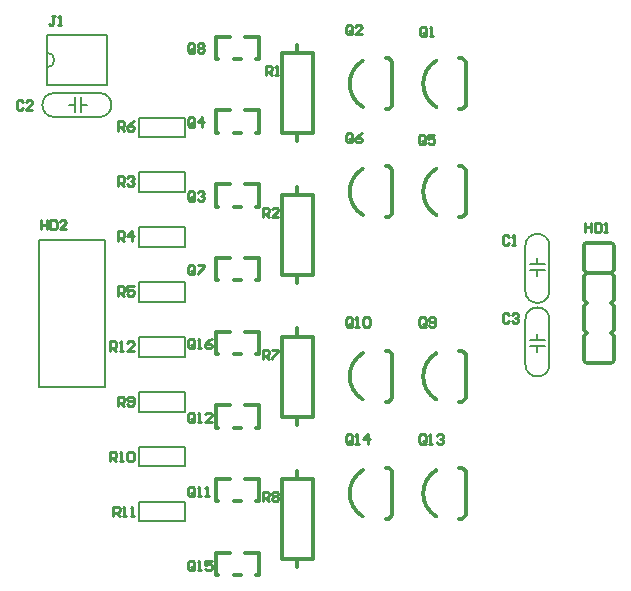
<source format=gto>
G04*
G04 #@! TF.GenerationSoftware,Altium Limited,Altium Designer,21.9.2 (33)*
G04*
G04 Layer_Color=65535*
%FSTAX24Y24*%
%MOIN*%
G70*
G04*
G04 #@! TF.SameCoordinates,70968F61-CF9C-473A-8EF3-60FC9ECF6E36*
G04*
G04*
G04 #@! TF.FilePolarity,Positive*
G04*
G01*
G75*
%ADD10C,0.0070*%
%ADD11C,0.0118*%
%ADD12C,0.0079*%
%ADD13C,0.0100*%
D10*
X0186Y0404D02*
G03*
X0186Y0396I0J-0004D01*
G01*
X0201D02*
G03*
X0201Y0404I0J0004D01*
G01*
X0351Y03285D02*
G03*
X0343Y03285I-0004J0D01*
G01*
Y03135D02*
G03*
X0351Y03135I0004J0D01*
G01*
Y0353D02*
G03*
X0343Y0353I-0004J0D01*
G01*
Y0338D02*
G03*
X0351Y0338I0004J0D01*
G01*
X0195Y04D02*
X0197D01*
X0191D02*
X0193D01*
Y03975D02*
Y04025D01*
X0195Y03975D02*
Y04025D01*
X0186Y0404D02*
X0201D01*
X0186Y0396D02*
X0201D01*
X0347Y03175D02*
Y03195D01*
Y03215D02*
Y03235D01*
X03445Y03215D02*
X03495D01*
X03445Y03195D02*
X03495D01*
X0351Y03135D02*
Y03285D01*
X0343Y03135D02*
Y03285D01*
X0351Y0338D02*
Y0353D01*
X0343Y0338D02*
Y0353D01*
X03445Y0347D02*
X03495D01*
X03445Y0345D02*
X03495D01*
X0347Y0343D02*
Y0345D01*
Y0347D02*
Y0349D01*
D11*
X036246Y03151D02*
G03*
X036356Y0314I00011J0D01*
G01*
X037144Y0314D02*
G03*
X037254Y03151I0J00011D01*
G01*
X036356Y0354D02*
G03*
X036246Y035306I-000008J-000102D01*
G01*
X037254D02*
G03*
X037144Y0354I-000102J-000008D01*
G01*
X031333Y041477D02*
G03*
X031335Y039927I000462J-000774D01*
G01*
X028883Y041477D02*
G03*
X028885Y039927I000462J-000774D01*
G01*
X028883Y037877D02*
G03*
X028885Y036327I000462J-000774D01*
G01*
X031333Y037877D02*
G03*
X031335Y036327I000462J-000774D01*
G01*
X031333Y031727D02*
G03*
X031335Y030177I000462J-000774D01*
G01*
X028883Y031727D02*
G03*
X028885Y030177I000462J-000774D01*
G01*
X031333Y027827D02*
G03*
X031335Y026277I000462J-000774D01*
G01*
X028883Y027827D02*
G03*
X028885Y026277I000462J-000774D01*
G01*
X036346Y0344D02*
X03715D01*
Y0324D02*
X03725Y0323D01*
X036246D02*
X036346Y0324D01*
X037254Y0315D02*
Y0323D01*
X036246Y0315D02*
Y0323D01*
X036356Y0314D02*
X037144D01*
X036356Y0354D02*
X037144D01*
X03715Y0344D02*
X03725Y0345D01*
X03715Y0344D02*
X03725Y0343D01*
X036246Y0345D02*
X03625D01*
X03635Y0344D01*
X036346D02*
X03635D01*
X036246Y0343D02*
X036346Y0344D01*
X037254Y0345D02*
Y035306D01*
X03715Y0334D02*
X03725Y0335D01*
X03715Y0334D02*
X03725Y0333D01*
X037254Y0335D02*
Y0343D01*
X03725Y0335D02*
X037254D01*
X036246Y034504D02*
Y035306D01*
Y034504D02*
X03625Y0345D01*
X036246Y0335D02*
Y0343D01*
Y0335D02*
X03625D01*
X03635Y0334D01*
X03625Y0333D02*
X03635Y0334D01*
X037254Y0325D02*
Y033306D01*
X03715Y0324D02*
X03725Y0325D01*
Y0315D02*
X037254D01*
X036246Y032504D02*
X03625Y0325D01*
X036246Y032504D02*
Y033306D01*
X036346Y0324D02*
X03635D01*
X03625Y0325D02*
X03635Y0324D01*
X036246Y0325D02*
X03625D01*
X036246Y0315D02*
X03625D01*
X026188Y037005D02*
X027212D01*
Y034328D02*
Y037005D01*
X026188Y034328D02*
X027212D01*
X026188D02*
Y037005D01*
X0267D02*
Y037281D01*
Y034052D02*
Y034328D01*
X026188Y032272D02*
X027212D01*
Y029595D02*
Y032272D01*
X026188Y029595D02*
X027212D01*
X026188D02*
Y032272D01*
X0267D02*
Y032548D01*
Y029319D02*
Y029595D01*
X026188Y027539D02*
X027212D01*
Y024861D02*
Y027539D01*
X026188Y024861D02*
X027212D01*
X026188D02*
Y027539D01*
X0267D02*
Y027814D01*
Y024586D02*
Y024861D01*
X02533Y024326D02*
X025409D01*
X023991D02*
X02407D01*
X024956Y025074D02*
X025409D01*
X023991D02*
X024444D01*
X023991Y024326D02*
Y025074D01*
X025409Y024326D02*
Y025074D01*
X024582Y024326D02*
X024818D01*
X026188Y041739D02*
X027212D01*
Y039061D02*
Y041739D01*
X026188Y039061D02*
X027212D01*
X026188D02*
Y041739D01*
X0267D02*
Y042014D01*
Y038786D02*
Y039061D01*
X0321Y03985D02*
X0322D01*
Y04155D02*
X032318Y041432D01*
X0321Y04155D02*
X0322D01*
X032318Y039968D02*
Y041432D01*
X0322Y03985D02*
X032318Y039968D01*
X02965Y03985D02*
X02975D01*
Y04155D02*
X029868Y041432D01*
X02965Y04155D02*
X02975D01*
X029868Y039968D02*
Y041432D01*
X02975Y03985D02*
X029868Y039968D01*
X02965Y03625D02*
X02975D01*
Y03795D02*
X029868Y037832D01*
X02965Y03795D02*
X02975D01*
X029868Y036368D02*
Y037832D01*
X02975Y03625D02*
X029868Y036368D01*
X02533Y034155D02*
X025409D01*
X023991D02*
X02407D01*
X024956Y034903D02*
X025409D01*
X023991D02*
X024444D01*
X023991Y034155D02*
Y034903D01*
X025409Y034155D02*
Y034903D01*
X024582Y034155D02*
X024818D01*
X0322Y03625D02*
X032318Y036368D01*
Y037832D01*
X0321Y03795D02*
X0322D01*
X032318Y037832D01*
X0321Y03625D02*
X0322D01*
X024582Y039069D02*
X024818D01*
X025409D02*
Y039817D01*
X023991Y039069D02*
Y039817D01*
X024444D01*
X024956D02*
X025409D01*
X023991Y039069D02*
X02407D01*
X02533D02*
X025409D01*
X024582Y036612D02*
X024818D01*
X025409D02*
Y03736D01*
X023991Y036612D02*
Y03736D01*
X024444D01*
X024956D02*
X025409D01*
X023991Y036612D02*
X02407D01*
X02533D02*
X025409D01*
X024582Y041526D02*
X024818D01*
X025409D02*
Y042274D01*
X023991Y041526D02*
Y042274D01*
X024444D01*
X024956D02*
X025409D01*
X023991Y041526D02*
X02407D01*
X02533D02*
X025409D01*
X0322Y0301D02*
X032318Y030218D01*
Y031682D01*
X0321Y0318D02*
X0322D01*
X032318Y031682D01*
X0321Y0301D02*
X0322D01*
X02975D02*
X029868Y030218D01*
Y031682D01*
X02965Y0318D02*
X02975D01*
X029868Y031682D01*
X02965Y0301D02*
X02975D01*
X024582Y026783D02*
X024818D01*
X025409D02*
Y027531D01*
X023991Y026783D02*
Y027531D01*
X024444D01*
X024956D02*
X025409D01*
X023991Y026783D02*
X02407D01*
X02533D02*
X025409D01*
X024582Y02924D02*
X024818D01*
X025409D02*
Y029988D01*
X023991Y02924D02*
Y029988D01*
X024444D01*
X024956D02*
X025409D01*
X023991Y02924D02*
X02407D01*
X02533D02*
X025409D01*
X0322Y0262D02*
X032318Y026318D01*
Y027782D01*
X0321Y0279D02*
X0322D01*
X032318Y027782D01*
X0321Y0262D02*
X0322D01*
X024582Y031697D02*
X024818D01*
X025409D02*
Y032445D01*
X023991Y031697D02*
Y032445D01*
X024444D01*
X024956D02*
X025409D01*
X023991Y031697D02*
X02407D01*
X02533D02*
X025409D01*
X02975Y0262D02*
X029868Y026318D01*
Y027782D01*
X02965Y0279D02*
X02975D01*
X029868Y027782D01*
X02965Y0262D02*
X02975D01*
D12*
X01835Y04125D02*
G03*
X01835Y04175I0J00025D01*
G01*
X02143Y02612D02*
X02297D01*
Y02677D01*
X02143Y02612D02*
Y02678D01*
X02297D01*
X02143Y028609D02*
X02297D01*
X02143Y027959D02*
Y028609D01*
X02297Y027949D02*
Y028609D01*
X02143Y027949D02*
X02297D01*
X02143Y029777D02*
X02297D01*
Y030427D01*
X02143Y029777D02*
Y030437D01*
X02297D01*
X02143Y032266D02*
X02297D01*
X02143Y031616D02*
Y032266D01*
X02297Y031606D02*
Y032266D01*
X02143Y031606D02*
X02297D01*
X02143Y033434D02*
X02297D01*
Y034084D01*
X02143Y033434D02*
Y034094D01*
X02297D01*
X02143Y035923D02*
X02297D01*
X02143Y035273D02*
Y035923D01*
X02297Y035263D02*
Y035923D01*
X02143Y035263D02*
X02297D01*
X02143Y037751D02*
X02297D01*
X02143Y037091D02*
Y037751D01*
X02297Y037091D02*
Y037741D01*
X02143Y037091D02*
X02297D01*
X02143Y03892D02*
X02297D01*
Y03958D01*
X02143Y03893D02*
Y03958D01*
X02297D01*
X01835Y042321D02*
X02035D01*
Y040679D02*
Y042321D01*
X01835Y040679D02*
X02035D01*
X01835D02*
Y04175D01*
Y04125D02*
Y042321D01*
X0181Y0355D02*
X02028D01*
Y0306D02*
Y0355D01*
X0181Y0306D02*
Y0355D01*
Y0306D02*
X02028D01*
D13*
X020456Y0318D02*
Y032115D01*
X020614D01*
X020666Y032062D01*
Y031957D01*
X020614Y031905D01*
X020456D01*
X020561D02*
X020666Y0318D01*
X020771D02*
X020876D01*
X020824D01*
Y032115D01*
X020771Y032062D01*
X021244Y0318D02*
X021034D01*
X021244Y03201D01*
Y032062D01*
X021191Y032115D01*
X021086D01*
X021034Y032062D01*
X020561Y026293D02*
Y026607D01*
X020719D01*
X020771Y026555D01*
Y02645D01*
X020719Y026398D01*
X020561D01*
X020666D02*
X020771Y026293D01*
X020876D02*
X020981D01*
X020929D01*
Y026607D01*
X020876Y026555D01*
X021139Y026293D02*
X021244D01*
X021191D01*
Y026607D01*
X021139Y026555D01*
X020456Y028128D02*
Y028443D01*
X020614D01*
X020666Y028391D01*
Y028286D01*
X020614Y028233D01*
X020456D01*
X020561D02*
X020666Y028128D01*
X020771D02*
X020876D01*
X020824D01*
Y028443D01*
X020771Y028391D01*
X021034D02*
X021086Y028443D01*
X021191D01*
X021244Y028391D01*
Y028181D01*
X021191Y028128D01*
X021086D01*
X021034Y028181D01*
Y028391D01*
X020719Y029964D02*
Y030279D01*
X020876D01*
X020929Y030226D01*
Y030121D01*
X020876Y030069D01*
X020719D01*
X020824D02*
X020929Y029964D01*
X021034Y030016D02*
X021086Y029964D01*
X021191D01*
X021244Y030016D01*
Y030226D01*
X021191Y030279D01*
X021086D01*
X021034Y030226D01*
Y030174D01*
X021086Y030121D01*
X021244D01*
X025538Y026793D02*
Y027107D01*
X025695D01*
X025748Y027055D01*
Y02695D01*
X025695Y026898D01*
X025538D01*
X025643D02*
X025748Y026793D01*
X025852Y027055D02*
X025905Y027107D01*
X02601D01*
X026062Y027055D01*
Y027002D01*
X02601Y02695D01*
X026062Y026898D01*
Y026845D01*
X02601Y026793D01*
X025905D01*
X025852Y026845D01*
Y026898D01*
X025905Y02695D01*
X025852Y027002D01*
Y027055D01*
X025905Y02695D02*
X02601D01*
X025538Y031526D02*
Y031841D01*
X025695D01*
X025748Y031788D01*
Y031683D01*
X025695Y031631D01*
X025538D01*
X025643D02*
X025748Y031526D01*
X025852Y031841D02*
X026062D01*
Y031788D01*
X025852Y031578D01*
Y031526D01*
X020719Y039143D02*
Y039457D01*
X020876D01*
X020929Y039405D01*
Y0393D01*
X020876Y039248D01*
X020719D01*
X020824D02*
X020929Y039143D01*
X021244Y039457D02*
X021139Y039405D01*
X021034Y0393D01*
Y039195D01*
X021086Y039143D01*
X021191D01*
X021244Y039195D01*
Y039248D01*
X021191Y0393D01*
X021034D01*
X020719Y033635D02*
Y03395D01*
X020876D01*
X020929Y033898D01*
Y033793D01*
X020876Y03374D01*
X020719D01*
X020824D02*
X020929Y033635D01*
X021244Y03395D02*
X021034D01*
Y033793D01*
X021139Y033845D01*
X021191D01*
X021244Y033793D01*
Y033688D01*
X021191Y033635D01*
X021086D01*
X021034Y033688D01*
X020719Y035471D02*
Y035786D01*
X020876D01*
X020929Y035734D01*
Y035629D01*
X020876Y035576D01*
X020719D01*
X020824D02*
X020929Y035471D01*
X021191D02*
Y035786D01*
X021034Y035629D01*
X021244D01*
X020719Y037307D02*
Y037622D01*
X020876D01*
X020929Y037569D01*
Y037464D01*
X020876Y037412D01*
X020719D01*
X020824D02*
X020929Y037307D01*
X021034Y037569D02*
X021086Y037622D01*
X021191D01*
X021244Y037569D01*
Y037517D01*
X021191Y037464D01*
X021139D01*
X021191D01*
X021244Y037412D01*
Y037359D01*
X021191Y037307D01*
X021086D01*
X021034Y037359D01*
X025538Y036259D02*
Y036574D01*
X025695D01*
X025748Y036522D01*
Y036417D01*
X025695Y036364D01*
X025538D01*
X025643D02*
X025748Y036259D01*
X026062D02*
X025852D01*
X026062Y036469D01*
Y036522D01*
X02601Y036574D01*
X025905D01*
X025852Y036522D01*
X025643Y040993D02*
Y041307D01*
X0258D01*
X025852Y041255D01*
Y04115D01*
X0258Y041098D01*
X025643D01*
X025748D02*
X025852Y040993D01*
X025957D02*
X026062D01*
X02601D01*
Y041307D01*
X025957Y041255D01*
X023266Y031938D02*
Y032148D01*
X023214Y0322D01*
X023109D01*
X023056Y032148D01*
Y031938D01*
X023109Y031885D01*
X023214D01*
X023161Y03199D02*
X023266Y031885D01*
X023214D02*
X023266Y031938D01*
X023371Y031885D02*
X023476D01*
X023424D01*
Y0322D01*
X023371Y032148D01*
X023844Y0322D02*
X023739Y032148D01*
X023634Y032043D01*
Y031938D01*
X023686Y031885D01*
X023791D01*
X023844Y031938D01*
Y03199D01*
X023791Y032043D01*
X023634D01*
X023266Y024545D02*
Y024755D01*
X023214Y024807D01*
X023109D01*
X023056Y024755D01*
Y024545D01*
X023109Y024493D01*
X023214D01*
X023161Y024598D02*
X023266Y024493D01*
X023214D02*
X023266Y024545D01*
X023371Y024493D02*
X023476D01*
X023424D01*
Y024807D01*
X023371Y024755D01*
X023844Y024807D02*
X023634D01*
Y02465D01*
X023739Y024702D01*
X023791D01*
X023844Y02465D01*
Y024545D01*
X023791Y024493D01*
X023686D01*
X023634Y024545D01*
X02853Y028752D02*
Y028962D01*
X028477Y029015D01*
X028372D01*
X02832Y028962D01*
Y028752D01*
X028372Y0287D01*
X028477D01*
X028425Y028805D02*
X02853Y0287D01*
X028477D02*
X02853Y028752D01*
X028635Y0287D02*
X02874D01*
X028687D01*
Y029015D01*
X028635Y028962D01*
X029055Y0287D02*
Y029015D01*
X028897Y028857D01*
X029107D01*
X03098Y028752D02*
Y028962D01*
X030927Y029015D01*
X030822D01*
X03077Y028962D01*
Y028752D01*
X030822Y0287D01*
X030927D01*
X030875Y028805D02*
X03098Y0287D01*
X030927D02*
X03098Y028752D01*
X031085Y0287D02*
X03119D01*
X031137D01*
Y029015D01*
X031085Y028962D01*
X031347D02*
X0314Y029015D01*
X031505D01*
X031557Y028962D01*
Y02891D01*
X031505Y028857D01*
X031452D01*
X031505D01*
X031557Y028805D01*
Y028752D01*
X031505Y0287D01*
X0314D01*
X031347Y028752D01*
X023266Y029474D02*
Y029684D01*
X023214Y029736D01*
X023109D01*
X023056Y029684D01*
Y029474D01*
X023109Y029421D01*
X023214D01*
X023161Y029526D02*
X023266Y029421D01*
X023214D02*
X023266Y029474D01*
X023371Y029421D02*
X023476D01*
X023424D01*
Y029736D01*
X023371Y029684D01*
X023844Y029421D02*
X023634D01*
X023844Y029631D01*
Y029684D01*
X023791Y029736D01*
X023686D01*
X023634Y029684D01*
X023266Y027009D02*
Y027219D01*
X023214Y027272D01*
X023109D01*
X023056Y027219D01*
Y027009D01*
X023109Y026957D01*
X023214D01*
X023161Y027062D02*
X023266Y026957D01*
X023214D02*
X023266Y027009D01*
X023371Y026957D02*
X023476D01*
X023424D01*
Y027272D01*
X023371Y027219D01*
X023634Y026957D02*
X023739D01*
X023686D01*
Y027272D01*
X023634Y027219D01*
X02853Y032652D02*
Y032862D01*
X028477Y032915D01*
X028372D01*
X02832Y032862D01*
Y032652D01*
X028372Y0326D01*
X028477D01*
X028425Y032705D02*
X02853Y0326D01*
X028477D02*
X02853Y032652D01*
X028635Y0326D02*
X02874D01*
X028687D01*
Y032915D01*
X028635Y032862D01*
X028897D02*
X02895Y032915D01*
X029055D01*
X029107Y032862D01*
Y032652D01*
X029055Y0326D01*
X02895D01*
X028897Y032652D01*
Y032862D01*
X03098Y032652D02*
Y032862D01*
X030927Y032915D01*
X030822D01*
X03077Y032862D01*
Y032652D01*
X030822Y0326D01*
X030927D01*
X030875Y032705D02*
X03098Y0326D01*
X030927D02*
X03098Y032652D01*
X031085D02*
X031137Y0326D01*
X031242D01*
X031295Y032652D01*
Y032862D01*
X031242Y032915D01*
X031137D01*
X031085Y032862D01*
Y03281D01*
X031137Y032757D01*
X031295D01*
X023266Y041795D02*
Y042005D01*
X023214Y042057D01*
X023109D01*
X023056Y042005D01*
Y041795D01*
X023109Y041743D01*
X023214D01*
X023161Y041848D02*
X023266Y041743D01*
X023214D02*
X023266Y041795D01*
X023371Y042005D02*
X023424Y042057D01*
X023529D01*
X023581Y042005D01*
Y041952D01*
X023529Y0419D01*
X023581Y041848D01*
Y041795D01*
X023529Y041743D01*
X023424D01*
X023371Y041795D01*
Y041848D01*
X023424Y0419D01*
X023371Y041952D01*
Y042005D01*
X023424Y0419D02*
X023529D01*
X023266Y034402D02*
Y034612D01*
X023214Y034665D01*
X023109D01*
X023056Y034612D01*
Y034402D01*
X023109Y03435D01*
X023214D01*
X023161Y034455D02*
X023266Y03435D01*
X023214D02*
X023266Y034402D01*
X023371Y034665D02*
X023581D01*
Y034612D01*
X023371Y034402D01*
Y03435D01*
X02853Y038802D02*
Y039012D01*
X028477Y039065D01*
X028372D01*
X02832Y039012D01*
Y038802D01*
X028372Y03875D01*
X028477D01*
X028425Y038855D02*
X02853Y03875D01*
X028477D02*
X02853Y038802D01*
X028845Y039065D02*
X02874Y039012D01*
X028635Y038907D01*
Y038802D01*
X028687Y03875D01*
X028792D01*
X028845Y038802D01*
Y038855D01*
X028792Y038907D01*
X028635D01*
X030948Y038745D02*
Y038955D01*
X030895Y039007D01*
X03079D01*
X030738Y038955D01*
Y038745D01*
X03079Y038693D01*
X030895D01*
X030843Y038798D02*
X030948Y038693D01*
X030895D02*
X030948Y038745D01*
X031262Y039007D02*
X031052D01*
Y03885D01*
X031157Y038902D01*
X03121D01*
X031262Y03885D01*
Y038745D01*
X03121Y038693D01*
X031105D01*
X031052Y038745D01*
X023266Y039331D02*
Y039541D01*
X023214Y039593D01*
X023109D01*
X023056Y039541D01*
Y039331D01*
X023109Y039278D01*
X023214D01*
X023161Y039383D02*
X023266Y039278D01*
X023214D02*
X023266Y039331D01*
X023529Y039278D02*
Y039593D01*
X023371Y039436D01*
X023581D01*
X023266Y036866D02*
Y037076D01*
X023214Y037129D01*
X023109D01*
X023056Y037076D01*
Y036866D01*
X023109Y036814D01*
X023214D01*
X023161Y036919D02*
X023266Y036814D01*
X023214D02*
X023266Y036866D01*
X023371Y037076D02*
X023424Y037129D01*
X023529D01*
X023581Y037076D01*
Y037024D01*
X023529Y036971D01*
X023476D01*
X023529D01*
X023581Y036919D01*
Y036866D01*
X023529Y036814D01*
X023424D01*
X023371Y036866D01*
X02853Y042402D02*
Y042612D01*
X028477Y042665D01*
X028372D01*
X02832Y042612D01*
Y042402D01*
X028372Y04235D01*
X028477D01*
X028425Y042455D02*
X02853Y04235D01*
X028477D02*
X02853Y042402D01*
X028845Y04235D02*
X028635D01*
X028845Y04256D01*
Y042612D01*
X028792Y042665D01*
X028687D01*
X028635Y042612D01*
X031Y042345D02*
Y042555D01*
X030948Y042607D01*
X030843D01*
X03079Y042555D01*
Y042345D01*
X030843Y042293D01*
X030948D01*
X030895Y042398D02*
X031Y042293D01*
X030948D02*
X031Y042345D01*
X031105Y042293D02*
X03121D01*
X031157D01*
Y042607D01*
X031105Y042555D01*
X01862Y042975D02*
X018515D01*
X018567D01*
Y042712D01*
X018515Y04266D01*
X018462D01*
X01841Y042712D01*
X018725Y04266D02*
X01883D01*
X018777D01*
Y042975D01*
X018725Y042922D01*
X01815Y036165D02*
Y03585D01*
Y036007D01*
X01836D01*
Y036165D01*
Y03585D01*
X018465Y036165D02*
Y03585D01*
X018622D01*
X018675Y035902D01*
Y036112D01*
X018622Y036165D01*
X018465D01*
X01899Y03585D02*
X01878D01*
X01899Y03606D01*
Y036112D01*
X018937Y036165D01*
X018832D01*
X01878Y036112D01*
X03629Y036075D02*
Y03576D01*
Y035917D01*
X0365D01*
Y036075D01*
Y03576D01*
X036605Y036075D02*
Y03576D01*
X036762D01*
X036815Y035812D01*
Y036022D01*
X036762Y036075D01*
X036605D01*
X03692Y03576D02*
X037025D01*
X036972D01*
Y036075D01*
X03692Y036022D01*
X033748Y033005D02*
X033695Y033057D01*
X03359D01*
X033538Y033005D01*
Y032795D01*
X03359Y032743D01*
X033695D01*
X033748Y032795D01*
X033852Y033005D02*
X033905Y033057D01*
X03401D01*
X034062Y033005D01*
Y032952D01*
X03401Y0329D01*
X033957D01*
X03401D01*
X034062Y032848D01*
Y032795D01*
X03401Y032743D01*
X033905D01*
X033852Y032795D01*
X017548Y040105D02*
X017495Y040157D01*
X01739D01*
X017338Y040105D01*
Y039895D01*
X01739Y039843D01*
X017495D01*
X017548Y039895D01*
X017862Y039843D02*
X017652D01*
X017862Y040052D01*
Y040105D01*
X01781Y040157D01*
X017705D01*
X017652Y040105D01*
X03375Y035605D02*
X033698Y035657D01*
X033593D01*
X03354Y035605D01*
Y035395D01*
X033593Y035343D01*
X033698D01*
X03375Y035395D01*
X033855Y035343D02*
X03396D01*
X033907D01*
Y035657D01*
X033855Y035605D01*
M02*

</source>
